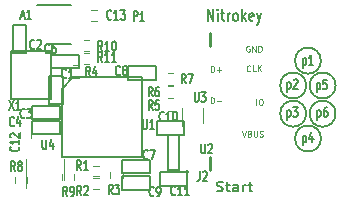
<source format=gto>
G04 #@! TF.FileFunction,Legend,Top*
%FSLAX46Y46*%
G04 Gerber Fmt 4.6, Leading zero omitted, Abs format (unit mm)*
G04 Created by KiCad (PCBNEW 4.0.7) date 2018. July 04., Wednesday 00:12:24*
%MOMM*%
%LPD*%
G01*
G04 APERTURE LIST*
%ADD10C,0.150000*%
%ADD11C,0.125000*%
%ADD12C,0.180000*%
%ADD13C,0.120000*%
%ADD14C,0.254000*%
%ADD15C,0.149860*%
G04 APERTURE END LIST*
D10*
X4731029Y6773919D02*
X4731029Y7773919D01*
X5188172Y6773919D01*
X5188172Y7773919D01*
X5569124Y6773919D02*
X5569124Y7440586D01*
X5569124Y7773919D02*
X5531029Y7726300D01*
X5569124Y7678681D01*
X5607219Y7726300D01*
X5569124Y7773919D01*
X5569124Y7678681D01*
X5835790Y7440586D02*
X6140552Y7440586D01*
X5950076Y7773919D02*
X5950076Y6916776D01*
X5988171Y6821538D01*
X6064362Y6773919D01*
X6140552Y6773919D01*
X6407219Y6773919D02*
X6407219Y7440586D01*
X6407219Y7250110D02*
X6445314Y7345348D01*
X6483410Y7392967D01*
X6559600Y7440586D01*
X6635791Y7440586D01*
X7016743Y6773919D02*
X6940552Y6821538D01*
X6902457Y6869157D01*
X6864362Y6964395D01*
X6864362Y7250110D01*
X6902457Y7345348D01*
X6940552Y7392967D01*
X7016743Y7440586D01*
X7131029Y7440586D01*
X7207219Y7392967D01*
X7245314Y7345348D01*
X7283410Y7250110D01*
X7283410Y6964395D01*
X7245314Y6869157D01*
X7207219Y6821538D01*
X7131029Y6773919D01*
X7016743Y6773919D01*
X7626267Y6773919D02*
X7626267Y7773919D01*
X7702458Y7154871D02*
X7931029Y6773919D01*
X7931029Y7440586D02*
X7626267Y7059633D01*
X8578648Y6821538D02*
X8502458Y6773919D01*
X8350077Y6773919D01*
X8273886Y6821538D01*
X8235791Y6916776D01*
X8235791Y7297729D01*
X8273886Y7392967D01*
X8350077Y7440586D01*
X8502458Y7440586D01*
X8578648Y7392967D01*
X8616743Y7297729D01*
X8616743Y7202490D01*
X8235791Y7107252D01*
X8883410Y7440586D02*
X9073886Y6773919D01*
X9264362Y7440586D02*
X9073886Y6773919D01*
X8997695Y6535824D01*
X8959600Y6488205D01*
X8883410Y6440586D01*
D11*
X8255047Y4656900D02*
X8207428Y4680710D01*
X8136000Y4680710D01*
X8064571Y4656900D01*
X8016952Y4609281D01*
X7993143Y4561662D01*
X7969333Y4466424D01*
X7969333Y4394995D01*
X7993143Y4299757D01*
X8016952Y4252138D01*
X8064571Y4204519D01*
X8136000Y4180710D01*
X8183619Y4180710D01*
X8255047Y4204519D01*
X8278857Y4228329D01*
X8278857Y4394995D01*
X8183619Y4394995D01*
X8493143Y4180710D02*
X8493143Y4680710D01*
X8778857Y4180710D01*
X8778857Y4680710D01*
X9016953Y4180710D02*
X9016953Y4680710D01*
X9136000Y4680710D01*
X9207429Y4656900D01*
X9255048Y4609281D01*
X9278857Y4561662D01*
X9302667Y4466424D01*
X9302667Y4394995D01*
X9278857Y4299757D01*
X9255048Y4252138D01*
X9207429Y4204519D01*
X9136000Y4180710D01*
X9016953Y4180710D01*
X7617734Y-2532890D02*
X7784401Y-3032890D01*
X7951067Y-2532890D01*
X8284400Y-2770986D02*
X8355829Y-2794795D01*
X8379638Y-2818605D01*
X8403448Y-2866224D01*
X8403448Y-2937652D01*
X8379638Y-2985271D01*
X8355829Y-3009081D01*
X8308210Y-3032890D01*
X8117734Y-3032890D01*
X8117734Y-2532890D01*
X8284400Y-2532890D01*
X8332019Y-2556700D01*
X8355829Y-2580510D01*
X8379638Y-2628129D01*
X8379638Y-2675748D01*
X8355829Y-2723367D01*
X8332019Y-2747176D01*
X8284400Y-2770986D01*
X8117734Y-2770986D01*
X8617734Y-2532890D02*
X8617734Y-2937652D01*
X8641543Y-2985271D01*
X8665353Y-3009081D01*
X8712972Y-3032890D01*
X8808210Y-3032890D01*
X8855829Y-3009081D01*
X8879638Y-2985271D01*
X8903448Y-2937652D01*
X8903448Y-2532890D01*
X9117734Y-3009081D02*
X9189163Y-3032890D01*
X9308210Y-3032890D01*
X9355829Y-3009081D01*
X9379639Y-2985271D01*
X9403448Y-2937652D01*
X9403448Y-2890033D01*
X9379639Y-2842414D01*
X9355829Y-2818605D01*
X9308210Y-2794795D01*
X9212972Y-2770986D01*
X9165353Y-2747176D01*
X9141544Y-2723367D01*
X9117734Y-2675748D01*
X9117734Y-2628129D01*
X9141544Y-2580510D01*
X9165353Y-2556700D01*
X9212972Y-2532890D01*
X9332020Y-2532890D01*
X9403448Y-2556700D01*
X4995124Y-188090D02*
X4995124Y311910D01*
X5114171Y311910D01*
X5185600Y288100D01*
X5233219Y240481D01*
X5257028Y192862D01*
X5280838Y97624D01*
X5280838Y26195D01*
X5257028Y-69043D01*
X5233219Y-116662D01*
X5185600Y-164281D01*
X5114171Y-188090D01*
X4995124Y-188090D01*
X5495124Y2386D02*
X5876076Y2386D01*
X8831296Y-340490D02*
X8831296Y159510D01*
X9164629Y159510D02*
X9259867Y159510D01*
X9307486Y135700D01*
X9355105Y88081D01*
X9378914Y-7157D01*
X9378914Y-173824D01*
X9355105Y-269062D01*
X9307486Y-316681D01*
X9259867Y-340490D01*
X9164629Y-340490D01*
X9117010Y-316681D01*
X9069391Y-269062D01*
X9045581Y-173824D01*
X9045581Y-7157D01*
X9069391Y88081D01*
X9117010Y135700D01*
X9164629Y159510D01*
X8338381Y2551929D02*
X8314571Y2528119D01*
X8243143Y2504310D01*
X8195524Y2504310D01*
X8124095Y2528119D01*
X8076476Y2575738D01*
X8052667Y2623357D01*
X8028857Y2718595D01*
X8028857Y2790024D01*
X8052667Y2885262D01*
X8076476Y2932881D01*
X8124095Y2980500D01*
X8195524Y3004310D01*
X8243143Y3004310D01*
X8314571Y2980500D01*
X8338381Y2956690D01*
X8790762Y2504310D02*
X8552667Y2504310D01*
X8552667Y3004310D01*
X8957429Y2504310D02*
X8957429Y3004310D01*
X9243143Y2504310D02*
X9028857Y2790024D01*
X9243143Y3004310D02*
X8957429Y2718595D01*
X4995124Y2453510D02*
X4995124Y2953510D01*
X5114171Y2953510D01*
X5185600Y2929700D01*
X5233219Y2882081D01*
X5257028Y2834462D01*
X5280838Y2739224D01*
X5280838Y2667795D01*
X5257028Y2572557D01*
X5233219Y2524938D01*
X5185600Y2477319D01*
X5114171Y2453510D01*
X4995124Y2453510D01*
X5495124Y2643986D02*
X5876076Y2643986D01*
X5685600Y2453510D02*
X5685600Y2834462D01*
D10*
X14306972Y-3180928D02*
G75*
G03X14306972Y-3180928I-1098972J0D01*
G01*
X14306972Y3409528D02*
G75*
G03X14306972Y3409528I-1098972J0D01*
G01*
X15544800Y-1079500D02*
G75*
G03X15544800Y-1079500I-1098972J0D01*
G01*
X13055600Y-1079500D02*
G75*
G03X13055600Y-1079500I-1098972J0D01*
G01*
X15544800Y1308100D02*
G75*
G03X15544800Y1308100I-1098972J0D01*
G01*
X13055600Y1308100D02*
G75*
G03X13055600Y1308100I-1098972J0D01*
G01*
D12*
X5477057Y-7604957D02*
X5605628Y-7643529D01*
X5819914Y-7643529D01*
X5905628Y-7604957D01*
X5948485Y-7566386D01*
X5991342Y-7489243D01*
X5991342Y-7412100D01*
X5948485Y-7334957D01*
X5905628Y-7296386D01*
X5819914Y-7257814D01*
X5648485Y-7219243D01*
X5562771Y-7180671D01*
X5519914Y-7142100D01*
X5477057Y-7064957D01*
X5477057Y-6987814D01*
X5519914Y-6910671D01*
X5562771Y-6872100D01*
X5648485Y-6833529D01*
X5862771Y-6833529D01*
X5991342Y-6872100D01*
X6248485Y-7103529D02*
X6591342Y-7103529D01*
X6377057Y-6833529D02*
X6377057Y-7527814D01*
X6419914Y-7604957D01*
X6505628Y-7643529D01*
X6591342Y-7643529D01*
X7277057Y-7643529D02*
X7277057Y-7219243D01*
X7234200Y-7142100D01*
X7148486Y-7103529D01*
X6977057Y-7103529D01*
X6891343Y-7142100D01*
X7277057Y-7604957D02*
X7191343Y-7643529D01*
X6977057Y-7643529D01*
X6891343Y-7604957D01*
X6848486Y-7527814D01*
X6848486Y-7450671D01*
X6891343Y-7373529D01*
X6977057Y-7334957D01*
X7191343Y-7334957D01*
X7277057Y-7296386D01*
X7705629Y-7643529D02*
X7705629Y-7103529D01*
X7705629Y-7257814D02*
X7748486Y-7180671D01*
X7791343Y-7142100D01*
X7877057Y-7103529D01*
X7962772Y-7103529D01*
X8134200Y-7103529D02*
X8477057Y-7103529D01*
X8262772Y-6833529D02*
X8262772Y-7527814D01*
X8305629Y-7604957D01*
X8391343Y-7643529D01*
X8477057Y-7643529D01*
D13*
X-4474400Y-5477100D02*
X-4974400Y-5477100D01*
X-4974400Y-6537100D02*
X-4474400Y-6537100D01*
X-3527200Y-6011100D02*
X-3527200Y-6511100D01*
X-2467200Y-6511100D02*
X-2467200Y-6011100D01*
X-4474400Y-6391500D02*
X-4974400Y-6391500D01*
X-4974400Y-7451500D02*
X-4474400Y-7451500D01*
X-6701600Y1946500D02*
X-6201600Y1946500D01*
X-6201600Y3006500D02*
X-6701600Y3006500D01*
X1824800Y1330100D02*
X1324800Y1330100D01*
X1324800Y270100D02*
X1824800Y270100D01*
X1824800Y2346100D02*
X1324800Y2346100D01*
X1324800Y1286100D02*
X1824800Y1286100D01*
X1824800Y212500D02*
X1324800Y212500D01*
X1324800Y-847500D02*
X1824800Y-847500D01*
X-10544400Y-6968300D02*
X-10544400Y-6468300D01*
X-11604400Y-6468300D02*
X-11604400Y-6968300D01*
X-7642000Y-6214300D02*
X-7642000Y-6714300D01*
X-6582000Y-6714300D02*
X-6582000Y-6214300D01*
X-5787200Y4080100D02*
X-5287200Y4080100D01*
X-5287200Y5140100D02*
X-5787200Y5140100D01*
X-5787200Y3165700D02*
X-5287200Y3165700D01*
X-5287200Y4225700D02*
X-5787200Y4225700D01*
X-11188800Y-2607500D02*
X-11188800Y-3107500D01*
X-10248800Y-3107500D02*
X-10248800Y-2607500D01*
D10*
X-8974800Y4864700D02*
X-6874800Y4864700D01*
X-9749800Y8114700D02*
X-6874800Y8114700D01*
D13*
X-7483200Y-6703900D02*
X-7483200Y-4903900D01*
X-10703200Y-4903900D02*
X-10703200Y-7353900D01*
X-5126800Y6781700D02*
X-4626800Y6781700D01*
X-4626800Y7721700D02*
X-5126800Y7721700D01*
X4303600Y-581900D02*
X4303600Y-1881900D01*
X2503600Y-2131900D02*
X2503600Y-581900D01*
D14*
X4899020Y4683010D02*
X4899020Y5782830D01*
X4899020Y-4714990D02*
X4899020Y-5814810D01*
D15*
X652780Y-6042660D02*
X3004820Y-6042660D01*
X3004820Y-6042660D02*
X3004820Y-7190740D01*
X3004820Y-7190740D02*
X652780Y-7190740D01*
X652780Y-7190740D02*
X652780Y-6042660D01*
X-172720Y-6123940D02*
X-2524760Y-6123940D01*
X-2524760Y-6123940D02*
X-2524760Y-4975860D01*
X-2524760Y-4975860D02*
X-172720Y-4975860D01*
X-172720Y-4975860D02*
X-172720Y-6123940D01*
X1366520Y-5882640D02*
X1366520Y-2880360D01*
X1366520Y-2880360D02*
X2316480Y-2880360D01*
X2316480Y-2880360D02*
X2316480Y-5882640D01*
X2316480Y-5882640D02*
X1366520Y-5882640D01*
X3102310Y-5979160D02*
G75*
G03X3102310Y-5979160I-110190J0D01*
G01*
X-11938000Y139700D02*
X-11938000Y4203700D01*
X-11938000Y4203700D02*
X-8585200Y4203700D01*
X-8585200Y4203700D02*
X-8585200Y139700D01*
X-8585200Y139700D02*
X-11938000Y139700D01*
X-10167620Y-403860D02*
X-7815580Y-403860D01*
X-7815580Y-403860D02*
X-7815580Y-1551940D01*
X-7815580Y-1551940D02*
X-10167620Y-1551940D01*
X-10167620Y-1551940D02*
X-10167620Y-403860D01*
X-7553960Y2087880D02*
X-7553960Y-264160D01*
X-7553960Y-264160D02*
X-8702040Y-264160D01*
X-8702040Y-264160D02*
X-8702040Y2087880D01*
X-8702040Y2087880D02*
X-7553960Y2087880D01*
X-8542020Y3914140D02*
X-6189980Y3914140D01*
X-6189980Y3914140D02*
X-6189980Y2766060D01*
X-6189980Y2766060D02*
X-8542020Y2766060D01*
X-8542020Y2766060D02*
X-8542020Y3914140D01*
X-10167620Y-1673860D02*
X-7815580Y-1673860D01*
X-7815580Y-1673860D02*
X-7815580Y-2821940D01*
X-7815580Y-2821940D02*
X-10167620Y-2821940D01*
X-10167620Y-2821940D02*
X-10167620Y-1673860D01*
X-10652760Y6395720D02*
X-10652760Y4043680D01*
X-10652760Y4043680D02*
X-11800840Y4043680D01*
X-11800840Y4043680D02*
X-11800840Y6395720D01*
X-11800840Y6395720D02*
X-10652760Y6395720D01*
X-2524760Y-6375400D02*
X-172720Y-6375400D01*
X-172720Y-6375400D02*
X-172720Y-7523480D01*
X-172720Y-7523480D02*
X-2524760Y-7523480D01*
X-2524760Y-7523480D02*
X-2524760Y-6375400D01*
X-2039620Y2948940D02*
X312420Y2948940D01*
X312420Y2948940D02*
X312420Y1800860D01*
X312420Y1800860D02*
X-2039620Y1800860D01*
X-2039620Y1800860D02*
X-2039620Y2948940D01*
X2750820Y-2872740D02*
X398780Y-2872740D01*
X398780Y-2872740D02*
X398780Y-1724660D01*
X398780Y-1724660D02*
X2750820Y-1724660D01*
X2750820Y-1724660D02*
X2750820Y-2872740D01*
X-6649720Y2052320D02*
X-7650480Y1051560D01*
X-7650480Y1051560D02*
X-7650480Y-4749800D01*
X-848360Y2052320D02*
X-848360Y-4749800D01*
X-848360Y-4749800D02*
X-7650480Y-4749800D01*
X-6649720Y2052320D02*
X-848360Y2052320D01*
D10*
X-6018200Y-5835605D02*
X-6218200Y-5454652D01*
X-6361057Y-5835605D02*
X-6361057Y-5035605D01*
X-6132485Y-5035605D01*
X-6075343Y-5073700D01*
X-6046771Y-5111795D01*
X-6018200Y-5187986D01*
X-6018200Y-5302271D01*
X-6046771Y-5378462D01*
X-6075343Y-5416557D01*
X-6132485Y-5454652D01*
X-6361057Y-5454652D01*
X-5446771Y-5835605D02*
X-5789628Y-5835605D01*
X-5618200Y-5835605D02*
X-5618200Y-5035605D01*
X-5675343Y-5149890D01*
X-5732485Y-5226081D01*
X-5789628Y-5264176D01*
X-3325800Y-7880305D02*
X-3525800Y-7499352D01*
X-3668657Y-7880305D02*
X-3668657Y-7080305D01*
X-3440085Y-7080305D01*
X-3382943Y-7118400D01*
X-3354371Y-7156495D01*
X-3325800Y-7232686D01*
X-3325800Y-7346971D01*
X-3354371Y-7423162D01*
X-3382943Y-7461257D01*
X-3440085Y-7499352D01*
X-3668657Y-7499352D01*
X-3125800Y-7080305D02*
X-2754371Y-7080305D01*
X-2954371Y-7385067D01*
X-2868657Y-7385067D01*
X-2811514Y-7423162D01*
X-2782943Y-7461257D01*
X-2754371Y-7537448D01*
X-2754371Y-7727924D01*
X-2782943Y-7804114D01*
X-2811514Y-7842210D01*
X-2868657Y-7880305D01*
X-3040085Y-7880305D01*
X-3097228Y-7842210D01*
X-3125800Y-7804114D01*
X-5992800Y-7994605D02*
X-6192800Y-7613652D01*
X-6335657Y-7994605D02*
X-6335657Y-7194605D01*
X-6107085Y-7194605D01*
X-6049943Y-7232700D01*
X-6021371Y-7270795D01*
X-5992800Y-7346986D01*
X-5992800Y-7461271D01*
X-6021371Y-7537462D01*
X-6049943Y-7575557D01*
X-6107085Y-7613652D01*
X-6335657Y-7613652D01*
X-5764228Y-7270795D02*
X-5735657Y-7232700D01*
X-5678514Y-7194605D01*
X-5535657Y-7194605D01*
X-5478514Y-7232700D01*
X-5449943Y-7270795D01*
X-5421371Y-7346986D01*
X-5421371Y-7423176D01*
X-5449943Y-7537462D01*
X-5792800Y-7994605D01*
X-5421371Y-7994605D01*
X-5230800Y2114595D02*
X-5430800Y2495548D01*
X-5573657Y2114595D02*
X-5573657Y2914595D01*
X-5345085Y2914595D01*
X-5287943Y2876500D01*
X-5259371Y2838405D01*
X-5230800Y2762214D01*
X-5230800Y2647929D01*
X-5259371Y2571738D01*
X-5287943Y2533643D01*
X-5345085Y2495548D01*
X-5573657Y2495548D01*
X-4716514Y2647929D02*
X-4716514Y2114595D01*
X-4859371Y2952690D02*
X-5002228Y2381262D01*
X-4630800Y2381262D01*
X52400Y387395D02*
X-147600Y768348D01*
X-290457Y387395D02*
X-290457Y1187395D01*
X-61885Y1187395D01*
X-4743Y1149300D01*
X23829Y1111205D01*
X52400Y1035014D01*
X52400Y920729D01*
X23829Y844538D01*
X-4743Y806443D01*
X-61885Y768348D01*
X-290457Y768348D01*
X566686Y1187395D02*
X452400Y1187395D01*
X395257Y1149300D01*
X366686Y1111205D01*
X309543Y996919D01*
X280972Y844538D01*
X280972Y539776D01*
X309543Y463586D01*
X338115Y425490D01*
X395257Y387395D01*
X509543Y387395D01*
X566686Y425490D01*
X595257Y463586D01*
X623829Y539776D01*
X623829Y730252D01*
X595257Y806443D01*
X566686Y844538D01*
X509543Y882633D01*
X395257Y882633D01*
X338115Y844538D01*
X309543Y806443D01*
X280972Y730252D01*
X2846400Y1504995D02*
X2646400Y1885948D01*
X2503543Y1504995D02*
X2503543Y2304995D01*
X2732115Y2304995D01*
X2789257Y2266900D01*
X2817829Y2228805D01*
X2846400Y2152614D01*
X2846400Y2038329D01*
X2817829Y1962138D01*
X2789257Y1924043D01*
X2732115Y1885948D01*
X2503543Y1885948D01*
X3046400Y2304995D02*
X3446400Y2304995D01*
X3189257Y1504995D01*
X64973Y-742778D02*
X-135027Y-361825D01*
X-277884Y-742778D02*
X-277884Y57222D01*
X-49312Y57222D01*
X7830Y19127D01*
X36402Y-18968D01*
X64973Y-95159D01*
X64973Y-209444D01*
X36402Y-285635D01*
X7830Y-323730D01*
X-49312Y-361825D01*
X-277884Y-361825D01*
X607830Y57222D02*
X322116Y57222D01*
X293545Y-323730D01*
X322116Y-285635D01*
X379259Y-247540D01*
X522116Y-247540D01*
X579259Y-285635D01*
X607830Y-323730D01*
X636402Y-399921D01*
X636402Y-590397D01*
X607830Y-666587D01*
X579259Y-704683D01*
X522116Y-742778D01*
X379259Y-742778D01*
X322116Y-704683D01*
X293545Y-666587D01*
X-11580800Y-5911805D02*
X-11780800Y-5530852D01*
X-11923657Y-5911805D02*
X-11923657Y-5111805D01*
X-11695085Y-5111805D01*
X-11637943Y-5149900D01*
X-11609371Y-5187995D01*
X-11580800Y-5264186D01*
X-11580800Y-5378471D01*
X-11609371Y-5454662D01*
X-11637943Y-5492757D01*
X-11695085Y-5530852D01*
X-11923657Y-5530852D01*
X-11237943Y-5454662D02*
X-11295085Y-5416567D01*
X-11323657Y-5378471D01*
X-11352228Y-5302281D01*
X-11352228Y-5264186D01*
X-11323657Y-5187995D01*
X-11295085Y-5149900D01*
X-11237943Y-5111805D01*
X-11123657Y-5111805D01*
X-11066514Y-5149900D01*
X-11037943Y-5187995D01*
X-11009371Y-5264186D01*
X-11009371Y-5302281D01*
X-11037943Y-5378471D01*
X-11066514Y-5416567D01*
X-11123657Y-5454662D01*
X-11237943Y-5454662D01*
X-11295085Y-5492757D01*
X-11323657Y-5530852D01*
X-11352228Y-5607043D01*
X-11352228Y-5759424D01*
X-11323657Y-5835614D01*
X-11295085Y-5873710D01*
X-11237943Y-5911805D01*
X-11123657Y-5911805D01*
X-11066514Y-5873710D01*
X-11037943Y-5835614D01*
X-11009371Y-5759424D01*
X-11009371Y-5607043D01*
X-11037943Y-5530852D01*
X-11066514Y-5492757D01*
X-11123657Y-5454662D01*
X-7161200Y-8045405D02*
X-7361200Y-7664452D01*
X-7504057Y-8045405D02*
X-7504057Y-7245405D01*
X-7275485Y-7245405D01*
X-7218343Y-7283500D01*
X-7189771Y-7321595D01*
X-7161200Y-7397786D01*
X-7161200Y-7512071D01*
X-7189771Y-7588262D01*
X-7218343Y-7626357D01*
X-7275485Y-7664452D01*
X-7504057Y-7664452D01*
X-6875485Y-8045405D02*
X-6761200Y-8045405D01*
X-6704057Y-8007310D01*
X-6675485Y-7969214D01*
X-6618343Y-7854929D01*
X-6589771Y-7702548D01*
X-6589771Y-7397786D01*
X-6618343Y-7321595D01*
X-6646914Y-7283500D01*
X-6704057Y-7245405D01*
X-6818343Y-7245405D01*
X-6875485Y-7283500D01*
X-6904057Y-7321595D01*
X-6932628Y-7397786D01*
X-6932628Y-7588262D01*
X-6904057Y-7664452D01*
X-6875485Y-7702548D01*
X-6818343Y-7740643D01*
X-6704057Y-7740643D01*
X-6646914Y-7702548D01*
X-6618343Y-7664452D01*
X-6589771Y-7588262D01*
X-4195715Y4248195D02*
X-4395715Y4629148D01*
X-4538572Y4248195D02*
X-4538572Y5048195D01*
X-4310000Y5048195D01*
X-4252858Y5010100D01*
X-4224286Y4972005D01*
X-4195715Y4895814D01*
X-4195715Y4781529D01*
X-4224286Y4705338D01*
X-4252858Y4667243D01*
X-4310000Y4629148D01*
X-4538572Y4629148D01*
X-3624286Y4248195D02*
X-3967143Y4248195D01*
X-3795715Y4248195D02*
X-3795715Y5048195D01*
X-3852858Y4933910D01*
X-3910000Y4857719D01*
X-3967143Y4819624D01*
X-3252857Y5048195D02*
X-3195714Y5048195D01*
X-3138571Y5010100D01*
X-3110000Y4972005D01*
X-3081429Y4895814D01*
X-3052857Y4743433D01*
X-3052857Y4552957D01*
X-3081429Y4400576D01*
X-3110000Y4324386D01*
X-3138571Y4286290D01*
X-3195714Y4248195D01*
X-3252857Y4248195D01*
X-3310000Y4286290D01*
X-3338571Y4324386D01*
X-3367143Y4400576D01*
X-3395714Y4552957D01*
X-3395714Y4743433D01*
X-3367143Y4895814D01*
X-3338571Y4972005D01*
X-3310000Y5010100D01*
X-3252857Y5048195D01*
X-4195715Y3333795D02*
X-4395715Y3714748D01*
X-4538572Y3333795D02*
X-4538572Y4133795D01*
X-4310000Y4133795D01*
X-4252858Y4095700D01*
X-4224286Y4057605D01*
X-4195715Y3981414D01*
X-4195715Y3867129D01*
X-4224286Y3790938D01*
X-4252858Y3752843D01*
X-4310000Y3714748D01*
X-4538572Y3714748D01*
X-3624286Y3333795D02*
X-3967143Y3333795D01*
X-3795715Y3333795D02*
X-3795715Y4133795D01*
X-3852858Y4019510D01*
X-3910000Y3943319D01*
X-3967143Y3905224D01*
X-3052857Y3333795D02*
X-3395714Y3333795D01*
X-3224286Y3333795D02*
X-3224286Y4133795D01*
X-3281429Y4019510D01*
X-3338571Y3943319D01*
X-3395714Y3905224D01*
X-11296686Y-3878215D02*
X-11258590Y-3906786D01*
X-11220495Y-3992500D01*
X-11220495Y-4049643D01*
X-11258590Y-4135358D01*
X-11334781Y-4192500D01*
X-11410971Y-4221072D01*
X-11563352Y-4249643D01*
X-11677638Y-4249643D01*
X-11830019Y-4221072D01*
X-11906210Y-4192500D01*
X-11982400Y-4135358D01*
X-12020495Y-4049643D01*
X-12020495Y-3992500D01*
X-11982400Y-3906786D01*
X-11944305Y-3878215D01*
X-11220495Y-3306786D02*
X-11220495Y-3649643D01*
X-11220495Y-3478215D02*
X-12020495Y-3478215D01*
X-11906210Y-3535358D01*
X-11830019Y-3592500D01*
X-11791924Y-3649643D01*
X-11944305Y-3078214D02*
X-11982400Y-3049643D01*
X-12020495Y-2992500D01*
X-12020495Y-2849643D01*
X-11982400Y-2792500D01*
X-11944305Y-2763929D01*
X-11868114Y-2735357D01*
X-11791924Y-2735357D01*
X-11677638Y-2763929D01*
X-11220495Y-3106786D01*
X-11220495Y-2735357D01*
X-11096571Y7169167D02*
X-10810857Y7169167D01*
X-11153714Y6940595D02*
X-10953714Y7740595D01*
X-10753714Y6940595D01*
X-10239428Y6940595D02*
X-10582285Y6940595D01*
X-10410857Y6940595D02*
X-10410857Y7740595D01*
X-10468000Y7626310D01*
X-10525142Y7550119D01*
X-10582285Y7512024D01*
X-9270943Y-3283005D02*
X-9270943Y-3930624D01*
X-9242371Y-4006814D01*
X-9213800Y-4044910D01*
X-9156657Y-4083005D01*
X-9042371Y-4083005D01*
X-8985229Y-4044910D01*
X-8956657Y-4006814D01*
X-8928086Y-3930624D01*
X-8928086Y-3283005D01*
X-8385229Y-3549671D02*
X-8385229Y-4083005D01*
X-8528086Y-3244910D02*
X-8670943Y-3816338D01*
X-8299515Y-3816338D01*
X-3433715Y6965986D02*
X-3462286Y6927890D01*
X-3548000Y6889795D01*
X-3605143Y6889795D01*
X-3690858Y6927890D01*
X-3748000Y7004081D01*
X-3776572Y7080271D01*
X-3805143Y7232652D01*
X-3805143Y7346938D01*
X-3776572Y7499319D01*
X-3748000Y7575510D01*
X-3690858Y7651700D01*
X-3605143Y7689795D01*
X-3548000Y7689795D01*
X-3462286Y7651700D01*
X-3433715Y7613605D01*
X-2862286Y6889795D02*
X-3205143Y6889795D01*
X-3033715Y6889795D02*
X-3033715Y7689795D01*
X-3090858Y7575510D01*
X-3148000Y7499319D01*
X-3205143Y7461224D01*
X-2662286Y7689795D02*
X-2290857Y7689795D01*
X-2490857Y7385033D01*
X-2405143Y7385033D01*
X-2348000Y7346938D01*
X-2319429Y7308843D01*
X-2290857Y7232652D01*
X-2290857Y7042176D01*
X-2319429Y6965986D01*
X-2348000Y6927890D01*
X-2405143Y6889795D01*
X-2576571Y6889795D01*
X-2633714Y6927890D01*
X-2662286Y6965986D01*
X3606857Y730195D02*
X3606857Y82576D01*
X3635429Y6386D01*
X3664000Y-31710D01*
X3721143Y-69805D01*
X3835429Y-69805D01*
X3892571Y-31710D01*
X3921143Y6386D01*
X3949714Y82576D01*
X3949714Y730195D01*
X4178285Y730195D02*
X4549714Y730195D01*
X4349714Y425433D01*
X4435428Y425433D01*
X4492571Y387338D01*
X4521142Y349243D01*
X4549714Y273052D01*
X4549714Y82576D01*
X4521142Y6386D01*
X4492571Y-31710D01*
X4435428Y-69805D01*
X4264000Y-69805D01*
X4206857Y-31710D01*
X4178285Y6386D01*
X14012914Y-806471D02*
X14012914Y-1606471D01*
X14012914Y-844567D02*
X14070057Y-806471D01*
X14184343Y-806471D01*
X14241486Y-844567D01*
X14270057Y-882662D01*
X14298628Y-958852D01*
X14298628Y-1187424D01*
X14270057Y-1263614D01*
X14241486Y-1301710D01*
X14184343Y-1339805D01*
X14070057Y-1339805D01*
X14012914Y-1301710D01*
X14812914Y-539805D02*
X14698628Y-539805D01*
X14641485Y-577900D01*
X14612914Y-615995D01*
X14555771Y-730281D01*
X14527200Y-882662D01*
X14527200Y-1187424D01*
X14555771Y-1263614D01*
X14584343Y-1301710D01*
X14641485Y-1339805D01*
X14755771Y-1339805D01*
X14812914Y-1301710D01*
X14841485Y-1263614D01*
X14870057Y-1187424D01*
X14870057Y-996948D01*
X14841485Y-920757D01*
X14812914Y-882662D01*
X14755771Y-844567D01*
X14641485Y-844567D01*
X14584343Y-882662D01*
X14555771Y-920757D01*
X14527200Y-996948D01*
X13962114Y1530329D02*
X13962114Y730329D01*
X13962114Y1492233D02*
X14019257Y1530329D01*
X14133543Y1530329D01*
X14190686Y1492233D01*
X14219257Y1454138D01*
X14247828Y1377948D01*
X14247828Y1149376D01*
X14219257Y1073186D01*
X14190686Y1035090D01*
X14133543Y996995D01*
X14019257Y996995D01*
X13962114Y1035090D01*
X14790685Y1796995D02*
X14504971Y1796995D01*
X14476400Y1416043D01*
X14504971Y1454138D01*
X14562114Y1492233D01*
X14704971Y1492233D01*
X14762114Y1454138D01*
X14790685Y1416043D01*
X14819257Y1339852D01*
X14819257Y1149376D01*
X14790685Y1073186D01*
X14762114Y1035090D01*
X14704971Y996995D01*
X14562114Y996995D01*
X14504971Y1035090D01*
X14476400Y1073186D01*
X12793714Y-2940071D02*
X12793714Y-3740071D01*
X12793714Y-2978167D02*
X12850857Y-2940071D01*
X12965143Y-2940071D01*
X13022286Y-2978167D01*
X13050857Y-3016262D01*
X13079428Y-3092452D01*
X13079428Y-3321024D01*
X13050857Y-3397214D01*
X13022286Y-3435310D01*
X12965143Y-3473405D01*
X12850857Y-3473405D01*
X12793714Y-3435310D01*
X13593714Y-2940071D02*
X13593714Y-3473405D01*
X13450857Y-2635310D02*
X13308000Y-3206738D01*
X13679428Y-3206738D01*
X11472914Y-806471D02*
X11472914Y-1606471D01*
X11472914Y-844567D02*
X11530057Y-806471D01*
X11644343Y-806471D01*
X11701486Y-844567D01*
X11730057Y-882662D01*
X11758628Y-958852D01*
X11758628Y-1187424D01*
X11730057Y-1263614D01*
X11701486Y-1301710D01*
X11644343Y-1339805D01*
X11530057Y-1339805D01*
X11472914Y-1301710D01*
X11958628Y-539805D02*
X12330057Y-539805D01*
X12130057Y-844567D01*
X12215771Y-844567D01*
X12272914Y-882662D01*
X12301485Y-920757D01*
X12330057Y-996948D01*
X12330057Y-1187424D01*
X12301485Y-1263614D01*
X12272914Y-1301710D01*
X12215771Y-1339805D01*
X12044343Y-1339805D01*
X11987200Y-1301710D01*
X11958628Y-1263614D01*
X11472914Y1581129D02*
X11472914Y781129D01*
X11472914Y1543033D02*
X11530057Y1581129D01*
X11644343Y1581129D01*
X11701486Y1543033D01*
X11730057Y1504938D01*
X11758628Y1428748D01*
X11758628Y1200176D01*
X11730057Y1123986D01*
X11701486Y1085890D01*
X11644343Y1047795D01*
X11530057Y1047795D01*
X11472914Y1085890D01*
X11987200Y1771605D02*
X12015771Y1809700D01*
X12072914Y1847795D01*
X12215771Y1847795D01*
X12272914Y1809700D01*
X12301485Y1771605D01*
X12330057Y1695414D01*
X12330057Y1619224D01*
X12301485Y1504938D01*
X11958628Y1047795D01*
X12330057Y1047795D01*
X12793714Y3613129D02*
X12793714Y2813129D01*
X12793714Y3575033D02*
X12850857Y3613129D01*
X12965143Y3613129D01*
X13022286Y3575033D01*
X13050857Y3536938D01*
X13079428Y3460748D01*
X13079428Y3232176D01*
X13050857Y3155986D01*
X13022286Y3117890D01*
X12965143Y3079795D01*
X12850857Y3079795D01*
X12793714Y3117890D01*
X13650857Y3079795D02*
X13308000Y3079795D01*
X13479428Y3079795D02*
X13479428Y3879795D01*
X13422285Y3765510D01*
X13365143Y3689319D01*
X13308000Y3651224D01*
X-1560457Y6788195D02*
X-1560457Y7588195D01*
X-1331885Y7588195D01*
X-1274743Y7550100D01*
X-1246171Y7512005D01*
X-1217600Y7435814D01*
X-1217600Y7321529D01*
X-1246171Y7245338D01*
X-1274743Y7207243D01*
X-1331885Y7169148D01*
X-1560457Y7169148D01*
X-646171Y6788195D02*
X-989028Y6788195D01*
X-817600Y6788195D02*
X-817600Y7588195D01*
X-874743Y7473910D01*
X-931885Y7397719D01*
X-989028Y7359624D01*
X4067200Y-5950005D02*
X4067200Y-6521433D01*
X4038628Y-6635719D01*
X3981485Y-6711910D01*
X3895771Y-6750005D01*
X3838628Y-6750005D01*
X4324343Y-6026195D02*
X4352914Y-5988100D01*
X4410057Y-5950005D01*
X4552914Y-5950005D01*
X4610057Y-5988100D01*
X4638628Y-6026195D01*
X4667200Y-6102386D01*
X4667200Y-6178576D01*
X4638628Y-6292862D01*
X4295771Y-6750005D01*
X4667200Y-6750005D01*
X1976485Y-7918414D02*
X1947914Y-7956510D01*
X1862200Y-7994605D01*
X1805057Y-7994605D01*
X1719342Y-7956510D01*
X1662200Y-7880319D01*
X1633628Y-7804129D01*
X1605057Y-7651748D01*
X1605057Y-7537462D01*
X1633628Y-7385081D01*
X1662200Y-7308890D01*
X1719342Y-7232700D01*
X1805057Y-7194605D01*
X1862200Y-7194605D01*
X1947914Y-7232700D01*
X1976485Y-7270795D01*
X2547914Y-7994605D02*
X2205057Y-7994605D01*
X2376485Y-7994605D02*
X2376485Y-7194605D01*
X2319342Y-7308890D01*
X2262200Y-7385081D01*
X2205057Y-7423176D01*
X3119343Y-7994605D02*
X2776486Y-7994605D01*
X2947914Y-7994605D02*
X2947914Y-7194605D01*
X2890771Y-7308890D01*
X2833629Y-7385081D01*
X2776486Y-7423176D01*
X-354000Y-4870414D02*
X-382571Y-4908510D01*
X-468285Y-4946605D01*
X-525428Y-4946605D01*
X-611143Y-4908510D01*
X-668285Y-4832319D01*
X-696857Y-4756129D01*
X-725428Y-4603748D01*
X-725428Y-4489462D01*
X-696857Y-4337081D01*
X-668285Y-4260890D01*
X-611143Y-4184700D01*
X-525428Y-4146605D01*
X-468285Y-4146605D01*
X-382571Y-4184700D01*
X-354000Y-4222795D01*
X-154000Y-4146605D02*
X246000Y-4146605D01*
X-11143Y-4946605D01*
X4165657Y-3638605D02*
X4165657Y-4286224D01*
X4194229Y-4362414D01*
X4222800Y-4400510D01*
X4279943Y-4438605D01*
X4394229Y-4438605D01*
X4451371Y-4400510D01*
X4479943Y-4362414D01*
X4508514Y-4286224D01*
X4508514Y-3638605D01*
X4765657Y-3714795D02*
X4794228Y-3676700D01*
X4851371Y-3638605D01*
X4994228Y-3638605D01*
X5051371Y-3676700D01*
X5079942Y-3714795D01*
X5108514Y-3790986D01*
X5108514Y-3867176D01*
X5079942Y-3981462D01*
X4737085Y-4438605D01*
X5108514Y-4438605D01*
X-12093515Y44395D02*
X-11693515Y-755605D01*
X-11693515Y44395D02*
X-12093515Y-755605D01*
X-11150657Y-755605D02*
X-11493514Y-755605D01*
X-11322086Y-755605D02*
X-11322086Y44395D01*
X-11379229Y-69890D01*
X-11436371Y-146081D01*
X-11493514Y-184176D01*
X-10768000Y-1365214D02*
X-10796571Y-1403310D01*
X-10882285Y-1441405D01*
X-10939428Y-1441405D01*
X-11025143Y-1403310D01*
X-11082285Y-1327119D01*
X-11110857Y-1250929D01*
X-11139428Y-1098548D01*
X-11139428Y-984262D01*
X-11110857Y-831881D01*
X-11082285Y-755690D01*
X-11025143Y-679500D01*
X-10939428Y-641405D01*
X-10882285Y-641405D01*
X-10796571Y-679500D01*
X-10768000Y-717595D01*
X-10568000Y-641405D02*
X-10196571Y-641405D01*
X-10396571Y-946167D01*
X-10310857Y-946167D01*
X-10253714Y-984262D01*
X-10225143Y-1022357D01*
X-10196571Y-1098548D01*
X-10196571Y-1289024D01*
X-10225143Y-1365214D01*
X-10253714Y-1403310D01*
X-10310857Y-1441405D01*
X-10482285Y-1441405D01*
X-10539428Y-1403310D01*
X-10568000Y-1365214D01*
X-7262800Y1987586D02*
X-7291371Y1949490D01*
X-7377085Y1911395D01*
X-7434228Y1911395D01*
X-7519943Y1949490D01*
X-7577085Y2025681D01*
X-7605657Y2101871D01*
X-7634228Y2254252D01*
X-7634228Y2368538D01*
X-7605657Y2520919D01*
X-7577085Y2597110D01*
X-7519943Y2673300D01*
X-7434228Y2711395D01*
X-7377085Y2711395D01*
X-7291371Y2673300D01*
X-7262800Y2635205D01*
X-6691371Y1911395D02*
X-7034228Y1911395D01*
X-6862800Y1911395D02*
X-6862800Y2711395D01*
X-6919943Y2597110D01*
X-6977085Y2520919D01*
X-7034228Y2482824D01*
X-8685200Y4121186D02*
X-8713771Y4083090D01*
X-8799485Y4044995D01*
X-8856628Y4044995D01*
X-8942343Y4083090D01*
X-8999485Y4159281D01*
X-9028057Y4235471D01*
X-9056628Y4387852D01*
X-9056628Y4502138D01*
X-9028057Y4654519D01*
X-8999485Y4730710D01*
X-8942343Y4806900D01*
X-8856628Y4844995D01*
X-8799485Y4844995D01*
X-8713771Y4806900D01*
X-8685200Y4768805D01*
X-8170914Y4844995D02*
X-8285200Y4844995D01*
X-8342343Y4806900D01*
X-8370914Y4768805D01*
X-8428057Y4654519D01*
X-8456628Y4502138D01*
X-8456628Y4197376D01*
X-8428057Y4121186D01*
X-8399485Y4083090D01*
X-8342343Y4044995D01*
X-8228057Y4044995D01*
X-8170914Y4083090D01*
X-8142343Y4121186D01*
X-8113771Y4197376D01*
X-8113771Y4387852D01*
X-8142343Y4464043D01*
X-8170914Y4502138D01*
X-8228057Y4540233D01*
X-8342343Y4540233D01*
X-8399485Y4502138D01*
X-8428057Y4464043D01*
X-8456628Y4387852D01*
X-11682400Y-2076414D02*
X-11710971Y-2114510D01*
X-11796685Y-2152605D01*
X-11853828Y-2152605D01*
X-11939543Y-2114510D01*
X-11996685Y-2038319D01*
X-12025257Y-1962129D01*
X-12053828Y-1809748D01*
X-12053828Y-1695462D01*
X-12025257Y-1543081D01*
X-11996685Y-1466890D01*
X-11939543Y-1390700D01*
X-11853828Y-1352605D01*
X-11796685Y-1352605D01*
X-11710971Y-1390700D01*
X-11682400Y-1428795D01*
X-11168114Y-1619271D02*
X-11168114Y-2152605D01*
X-11310971Y-1314510D02*
X-11453828Y-1885938D01*
X-11082400Y-1885938D01*
X-9955200Y4476786D02*
X-9983771Y4438690D01*
X-10069485Y4400595D01*
X-10126628Y4400595D01*
X-10212343Y4438690D01*
X-10269485Y4514881D01*
X-10298057Y4591071D01*
X-10326628Y4743452D01*
X-10326628Y4857738D01*
X-10298057Y5010119D01*
X-10269485Y5086310D01*
X-10212343Y5162500D01*
X-10126628Y5200595D01*
X-10069485Y5200595D01*
X-9983771Y5162500D01*
X-9955200Y5124405D01*
X-9726628Y5124405D02*
X-9698057Y5162500D01*
X-9640914Y5200595D01*
X-9498057Y5200595D01*
X-9440914Y5162500D01*
X-9412343Y5124405D01*
X-9383771Y5048214D01*
X-9383771Y4972024D01*
X-9412343Y4857738D01*
X-9755200Y4400595D01*
X-9383771Y4400595D01*
X154000Y-7994614D02*
X125429Y-8032710D01*
X39715Y-8070805D01*
X-17428Y-8070805D01*
X-103143Y-8032710D01*
X-160285Y-7956519D01*
X-188857Y-7880329D01*
X-217428Y-7727948D01*
X-217428Y-7613662D01*
X-188857Y-7461281D01*
X-160285Y-7385090D01*
X-103143Y-7308900D01*
X-17428Y-7270805D01*
X39715Y-7270805D01*
X125429Y-7308900D01*
X154000Y-7346995D01*
X439715Y-8070805D02*
X554000Y-8070805D01*
X611143Y-8032710D01*
X639715Y-7994614D01*
X696857Y-7880329D01*
X725429Y-7727948D01*
X725429Y-7423186D01*
X696857Y-7346995D01*
X668286Y-7308900D01*
X611143Y-7270805D01*
X496857Y-7270805D01*
X439715Y-7308900D01*
X411143Y-7346995D01*
X382572Y-7423186D01*
X382572Y-7613662D01*
X411143Y-7689852D01*
X439715Y-7727948D01*
X496857Y-7766043D01*
X611143Y-7766043D01*
X668286Y-7727948D01*
X696857Y-7689852D01*
X725429Y-7613662D01*
X-2690800Y2241586D02*
X-2719371Y2203490D01*
X-2805085Y2165395D01*
X-2862228Y2165395D01*
X-2947943Y2203490D01*
X-3005085Y2279681D01*
X-3033657Y2355871D01*
X-3062228Y2508252D01*
X-3062228Y2622538D01*
X-3033657Y2774919D01*
X-3005085Y2851110D01*
X-2947943Y2927300D01*
X-2862228Y2965395D01*
X-2805085Y2965395D01*
X-2719371Y2927300D01*
X-2690800Y2889205D01*
X-2347943Y2622538D02*
X-2405085Y2660633D01*
X-2433657Y2698729D01*
X-2462228Y2774919D01*
X-2462228Y2813014D01*
X-2433657Y2889205D01*
X-2405085Y2927300D01*
X-2347943Y2965395D01*
X-2233657Y2965395D01*
X-2176514Y2927300D01*
X-2147943Y2889205D01*
X-2119371Y2813014D01*
X-2119371Y2774919D01*
X-2147943Y2698729D01*
X-2176514Y2660633D01*
X-2233657Y2622538D01*
X-2347943Y2622538D01*
X-2405085Y2584443D01*
X-2433657Y2546348D01*
X-2462228Y2470157D01*
X-2462228Y2317776D01*
X-2433657Y2241586D01*
X-2405085Y2203490D01*
X-2347943Y2165395D01*
X-2233657Y2165395D01*
X-2176514Y2203490D01*
X-2147943Y2241586D01*
X-2119371Y2317776D01*
X-2119371Y2470157D01*
X-2147943Y2546348D01*
X-2176514Y2584443D01*
X-2233657Y2622538D01*
X985885Y-1619214D02*
X957314Y-1657310D01*
X871600Y-1695405D01*
X814457Y-1695405D01*
X728742Y-1657310D01*
X671600Y-1581119D01*
X643028Y-1504929D01*
X614457Y-1352548D01*
X614457Y-1238262D01*
X643028Y-1085881D01*
X671600Y-1009690D01*
X728742Y-933500D01*
X814457Y-895405D01*
X871600Y-895405D01*
X957314Y-933500D01*
X985885Y-971595D01*
X1557314Y-1695405D02*
X1214457Y-1695405D01*
X1385885Y-1695405D02*
X1385885Y-895405D01*
X1328742Y-1009690D01*
X1271600Y-1085881D01*
X1214457Y-1123976D01*
X1928743Y-895405D02*
X1985886Y-895405D01*
X2043029Y-933500D01*
X2071600Y-971595D01*
X2100171Y-1047786D01*
X2128743Y-1200167D01*
X2128743Y-1390643D01*
X2100171Y-1543024D01*
X2071600Y-1619214D01*
X2043029Y-1657310D01*
X1985886Y-1695405D01*
X1928743Y-1695405D01*
X1871600Y-1657310D01*
X1843029Y-1619214D01*
X1814457Y-1543024D01*
X1785886Y-1390643D01*
X1785886Y-1200167D01*
X1814457Y-1047786D01*
X1843029Y-971595D01*
X1871600Y-933500D01*
X1928743Y-895405D01*
X-761943Y-1555805D02*
X-761943Y-2203424D01*
X-733371Y-2279614D01*
X-704800Y-2317710D01*
X-647657Y-2355805D01*
X-533371Y-2355805D01*
X-476229Y-2317710D01*
X-447657Y-2279614D01*
X-419086Y-2203424D01*
X-419086Y-1555805D01*
X180914Y-2355805D02*
X-161943Y-2355805D01*
X9485Y-2355805D02*
X9485Y-1555805D01*
X-47658Y-1670090D01*
X-104800Y-1746281D01*
X-161943Y-1784376D01*
M02*

</source>
